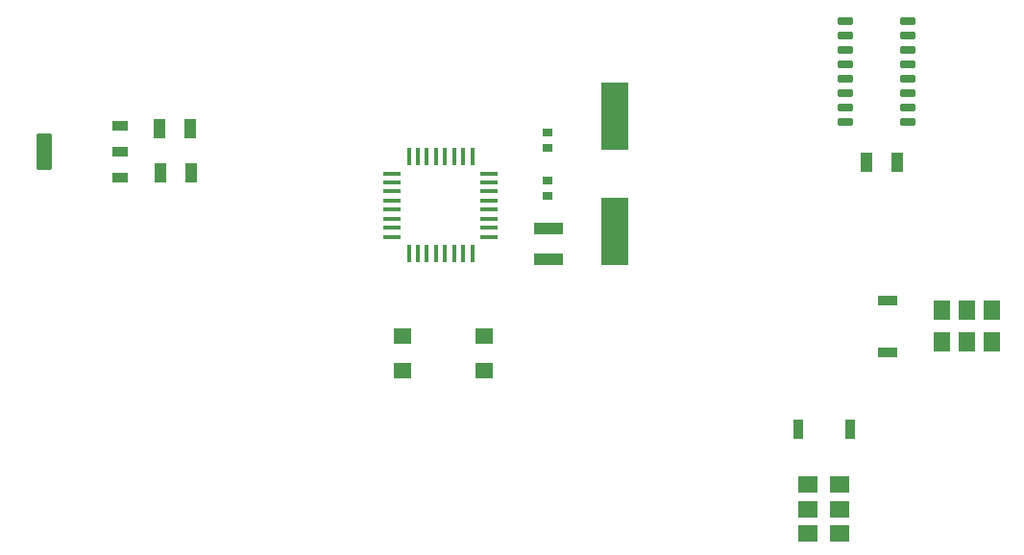
<source format=gbr>
%TF.GenerationSoftware,Altium Limited,Altium Designer,22.8.2 (66)*%
G04 Layer_Color=8421504*
%FSLAX45Y45*%
%MOMM*%
%TF.SameCoordinates,BD556100-397B-4985-8EB5-C039F1F1876F*%
%TF.FilePolarity,Positive*%
%TF.FileFunction,Paste,Top*%
%TF.Part,Single*%
G01*
G75*
%TA.AperFunction,SMDPad,CuDef*%
%ADD10R,2.60000X1.10000*%
%ADD11R,1.73000X0.96000*%
%ADD13R,0.90000X0.80000*%
%ADD14R,1.10000X1.70000*%
%ADD15R,1.50000X0.40000*%
%ADD16R,0.40000X1.50000*%
G04:AMPARAMS|DCode=17|XSize=1.31mm|YSize=0.93mm|CornerRadius=0.06975mm|HoleSize=0mm|Usage=FLASHONLY|Rotation=180.000|XOffset=0mm|YOffset=0mm|HoleType=Round|Shape=RoundedRectangle|*
%AMROUNDEDRECTD17*
21,1,1.31000,0.79050,0,0,180.0*
21,1,1.17050,0.93000,0,0,180.0*
1,1,0.13950,-0.58525,0.39525*
1,1,0.13950,0.58525,0.39525*
1,1,0.13950,0.58525,-0.39525*
1,1,0.13950,-0.58525,-0.39525*
%
%ADD17ROUNDEDRECTD17*%
G04:AMPARAMS|DCode=18|XSize=1.31mm|YSize=3.24mm|CornerRadius=0.09825mm|HoleSize=0mm|Usage=FLASHONLY|Rotation=180.000|XOffset=0mm|YOffset=0mm|HoleType=Round|Shape=RoundedRectangle|*
%AMROUNDEDRECTD18*
21,1,1.31000,3.04350,0,0,180.0*
21,1,1.11350,3.24000,0,0,180.0*
1,1,0.19650,-0.55675,1.52175*
1,1,0.19650,0.55675,1.52175*
1,1,0.19650,0.55675,-1.52175*
1,1,0.19650,-0.55675,-1.52175*
%
%ADD18ROUNDEDRECTD18*%
%ADD19R,1.60000X1.40000*%
%ADD20R,2.43200X5.91180*%
%ADD22R,0.96000X1.73000*%
G04:AMPARAMS|DCode=23|XSize=1.31mm|YSize=0.62mm|CornerRadius=0.0775mm|HoleSize=0mm|Usage=FLASHONLY|Rotation=180.000|XOffset=0mm|YOffset=0mm|HoleType=Round|Shape=RoundedRectangle|*
%AMROUNDEDRECTD23*
21,1,1.31000,0.46500,0,0,180.0*
21,1,1.15500,0.62000,0,0,180.0*
1,1,0.15500,-0.57750,0.23250*
1,1,0.15500,0.57750,0.23250*
1,1,0.15500,0.57750,-0.23250*
1,1,0.15500,-0.57750,-0.23250*
%
%ADD23ROUNDEDRECTD23*%
G36*
X7795700Y1860003D02*
X7624700D01*
Y2003003D01*
X7795700D01*
Y1860003D01*
D02*
G37*
G36*
X7513700D02*
X7342700D01*
Y2003003D01*
X7513700D01*
Y1860003D01*
D02*
G37*
G36*
X7795700Y1643003D02*
X7624700D01*
Y1786003D01*
X7795700D01*
Y1643003D01*
D02*
G37*
G36*
X7513700D02*
X7342700D01*
Y1786003D01*
X7513700D01*
Y1643003D01*
D02*
G37*
G36*
X7795700Y1426002D02*
X7624700D01*
Y1569003D01*
X7795700D01*
Y1426002D01*
D02*
G37*
G36*
X7513700D02*
X7342700D01*
Y1569003D01*
X7513700D01*
Y1426002D01*
D02*
G37*
G36*
X9118498Y3382798D02*
X8975497D01*
Y3553798D01*
X9118498D01*
Y3382798D01*
D02*
G37*
G36*
X8901498D02*
X8758498D01*
Y3553798D01*
X8901498D01*
Y3382798D01*
D02*
G37*
G36*
X8684497D02*
X8541498D01*
Y3553798D01*
X8684497D01*
Y3382798D01*
D02*
G37*
G36*
X9118498Y3100798D02*
X8975497D01*
Y3271798D01*
X9118498D01*
Y3100798D01*
D02*
G37*
G36*
X8901498D02*
X8758498D01*
Y3271798D01*
X8901498D01*
Y3100798D01*
D02*
G37*
G36*
X8684497D02*
X8541498D01*
Y3271798D01*
X8684497D01*
Y3100798D01*
D02*
G37*
D10*
X5143500Y4186300D02*
D03*
Y3916300D02*
D03*
D11*
X8128000Y3555797D02*
D03*
Y3098800D02*
D03*
D13*
X5135902Y4473175D02*
D03*
Y4613175D02*
D03*
X5130800Y5035700D02*
D03*
Y4895700D02*
D03*
D14*
X7942200Y4775200D02*
D03*
X8212200D02*
D03*
X1711200Y5067300D02*
D03*
X1981200D02*
D03*
X1720937Y4680656D02*
D03*
X1990937D02*
D03*
D15*
X4621000Y4674200D02*
D03*
Y4594200D02*
D03*
Y4514200D02*
D03*
Y4434200D02*
D03*
Y4354200D02*
D03*
Y4274200D02*
D03*
Y4194200D02*
D03*
Y4114200D02*
D03*
X3761000Y4674200D02*
D03*
Y4594200D02*
D03*
Y4514200D02*
D03*
Y4434200D02*
D03*
Y4354200D02*
D03*
Y4274200D02*
D03*
Y4194200D02*
D03*
Y4114200D02*
D03*
D16*
X4471000Y3964200D02*
D03*
X4391000D02*
D03*
X4311000D02*
D03*
X4231000D02*
D03*
X4151000D02*
D03*
X4071000D02*
D03*
X3991000D02*
D03*
X3911000D02*
D03*
X4471000Y4824200D02*
D03*
X4391000D02*
D03*
X4311000D02*
D03*
X4231000D02*
D03*
X4151000D02*
D03*
X4071000D02*
D03*
X3991000D02*
D03*
X3911000D02*
D03*
D17*
X1363200Y4635100D02*
D03*
Y4864100D02*
D03*
Y5093100D02*
D03*
D18*
X694200Y4864100D02*
D03*
D19*
X4576400Y2936100D02*
D03*
Y3236100D02*
D03*
X3856400D02*
D03*
Y2936100D02*
D03*
D20*
X5727700Y4164810D02*
D03*
Y5182390D02*
D03*
D22*
X7340702Y2416500D02*
D03*
X7797698D02*
D03*
D23*
X7759700Y5130800D02*
D03*
Y5257800D02*
D03*
Y5384800D02*
D03*
Y5511800D02*
D03*
Y5638800D02*
D03*
Y5765800D02*
D03*
Y5892800D02*
D03*
Y6019800D02*
D03*
X8309700D02*
D03*
Y5892800D02*
D03*
Y5765800D02*
D03*
Y5638800D02*
D03*
Y5511800D02*
D03*
Y5384800D02*
D03*
Y5257800D02*
D03*
Y5130800D02*
D03*
%TF.MD5,ff1a03924662c135cfdcf96aac8171b3*%
M02*

</source>
